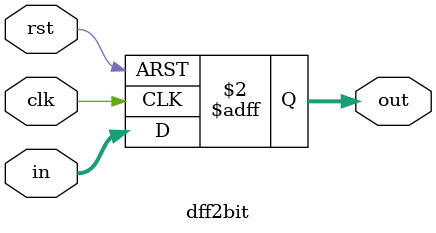
<source format=v>
module dff2bit(clk, rst, in, out);
input clk, rst;
input [1:0] in;
output reg [1:0] out;

always @(posedge rst, posedge clk)
begin
if(rst) out<=0;
else out<=in;
end

endmodule

</source>
